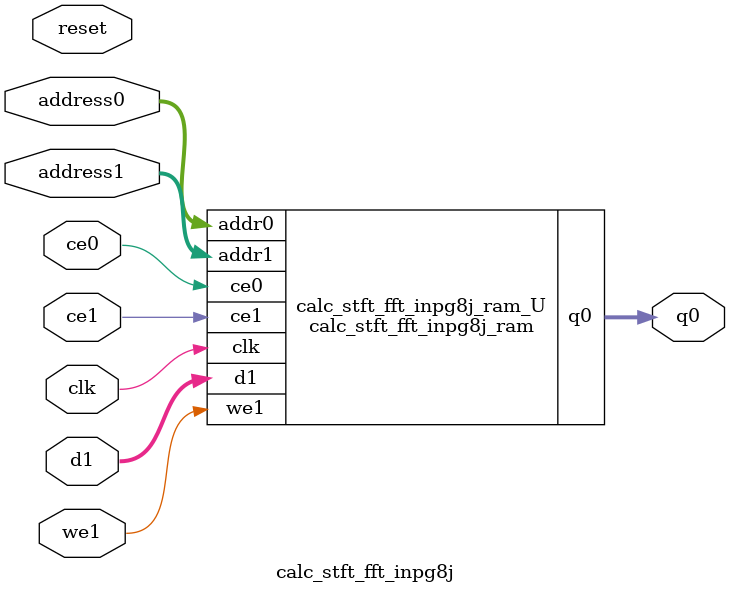
<source format=v>
`timescale 1 ns / 1 ps
module calc_stft_fft_inpg8j_ram (addr0, ce0, q0, addr1, ce1, d1, we1,  clk);

parameter DWIDTH = 32;
parameter AWIDTH = 7;
parameter MEM_SIZE = 128;

input[AWIDTH-1:0] addr0;
input ce0;
output reg[DWIDTH-1:0] q0;
input[AWIDTH-1:0] addr1;
input ce1;
input[DWIDTH-1:0] d1;
input we1;
input clk;

(* ram_style = "distributed" *)reg [DWIDTH-1:0] ram[0:MEM_SIZE-1];




always @(posedge clk)  
begin 
    if (ce0) begin
        q0 <= ram[addr0];
    end
end


always @(posedge clk)  
begin 
    if (ce1) begin
        if (we1) 
            ram[addr1] <= d1; 
    end
end


endmodule

`timescale 1 ns / 1 ps
module calc_stft_fft_inpg8j(
    reset,
    clk,
    address0,
    ce0,
    q0,
    address1,
    ce1,
    we1,
    d1);

parameter DataWidth = 32'd32;
parameter AddressRange = 32'd128;
parameter AddressWidth = 32'd7;
input reset;
input clk;
input[AddressWidth - 1:0] address0;
input ce0;
output[DataWidth - 1:0] q0;
input[AddressWidth - 1:0] address1;
input ce1;
input we1;
input[DataWidth - 1:0] d1;



calc_stft_fft_inpg8j_ram calc_stft_fft_inpg8j_ram_U(
    .clk( clk ),
    .addr0( address0 ),
    .ce0( ce0 ),
    .q0( q0 ),
    .addr1( address1 ),
    .ce1( ce1 ),
    .we1( we1 ),
    .d1( d1 ));

endmodule


</source>
